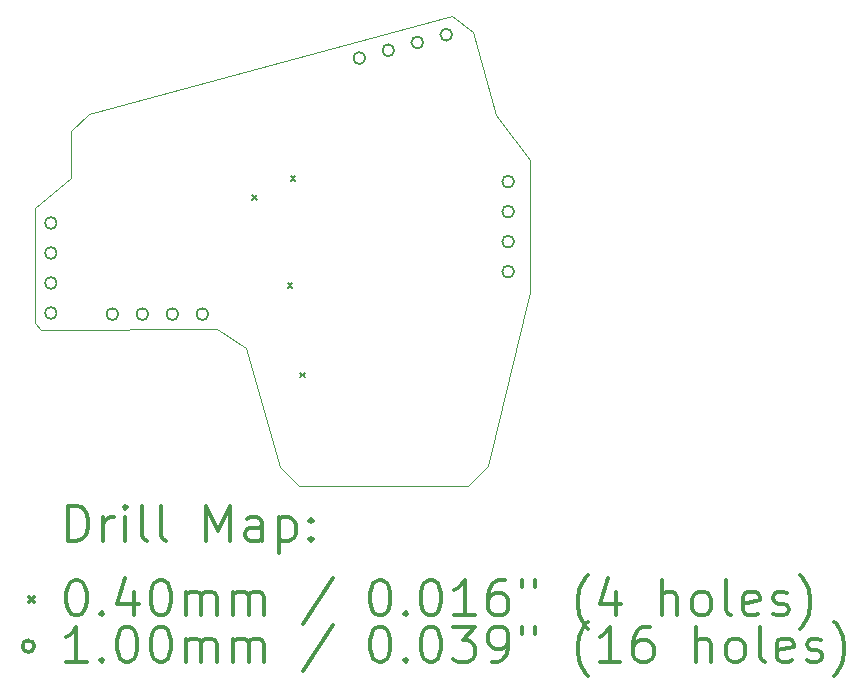
<source format=gbr>
%FSLAX45Y45*%
G04 Gerber Fmt 4.5, Leading zero omitted, Abs format (unit mm)*
G04 Created by KiCad (PCBNEW (5.1.4)-1) date 2023-09-09 05:27:41*
%MOMM*%
%LPD*%
G04 APERTURE LIST*
%ADD10C,0.050000*%
%ADD11C,0.200000*%
%ADD12C,0.300000*%
G04 APERTURE END LIST*
D10*
X-11844000Y-36817000D02*
X-12087000Y-36664000D01*
X-11554000Y-37827000D02*
X-11844000Y-36817000D01*
X-11394000Y-37987000D02*
X-11554000Y-37827000D01*
X-9964000Y-37987000D02*
X-11394000Y-37987000D01*
X-9794000Y-37817000D02*
X-9964000Y-37987000D01*
X-9442855Y-36347132D02*
X-9794000Y-37817000D01*
X-13172856Y-34837338D02*
X-13328680Y-34987437D01*
X-9732256Y-34849786D02*
X-9922861Y-34143217D01*
X-9442855Y-36347132D02*
X-9443385Y-35233131D01*
X-9732256Y-34849786D02*
X-9443385Y-35233131D01*
X-13635081Y-35635850D02*
X-13329862Y-35379556D01*
X-13635471Y-36609053D02*
X-13581145Y-36664530D01*
X-13635471Y-36609053D02*
X-13635081Y-35635850D01*
X-9922861Y-34143217D02*
X-10100158Y-34012619D01*
X-13329862Y-35379556D02*
X-13328680Y-34987437D01*
X-10100158Y-34012619D02*
X-13172856Y-34837338D01*
X-12087000Y-36664000D02*
X-13581145Y-36664530D01*
D11*
X-11794000Y-35527000D02*
X-11754000Y-35567000D01*
X-11754000Y-35527000D02*
X-11794000Y-35567000D01*
X-11492000Y-36270000D02*
X-11452000Y-36310000D01*
X-11452000Y-36270000D02*
X-11492000Y-36310000D01*
X-11468000Y-35364000D02*
X-11428000Y-35404000D01*
X-11428000Y-35364000D02*
X-11468000Y-35404000D01*
X-11386000Y-37030000D02*
X-11346000Y-37070000D01*
X-11346000Y-37030000D02*
X-11386000Y-37070000D01*
X-12926933Y-36534457D02*
G75*
G03X-12926933Y-36534457I-50000J0D01*
G01*
X-12672933Y-36534457D02*
G75*
G03X-12672933Y-36534457I-50000J0D01*
G01*
X-12418933Y-36534457D02*
G75*
G03X-12418933Y-36534457I-50000J0D01*
G01*
X-12164933Y-36534457D02*
G75*
G03X-12164933Y-36534457I-50000J0D01*
G01*
X-13447662Y-35762789D02*
G75*
G03X-13447662Y-35762789I-50000J0D01*
G01*
X-13447662Y-36016789D02*
G75*
G03X-13447662Y-36016789I-50000J0D01*
G01*
X-13447662Y-36270789D02*
G75*
G03X-13447662Y-36270789I-50000J0D01*
G01*
X-13447662Y-36524789D02*
G75*
G03X-13447662Y-36524789I-50000J0D01*
G01*
X-10835322Y-34366059D02*
G75*
G03X-10835322Y-34366059I-50000J0D01*
G01*
X-10589977Y-34300319D02*
G75*
G03X-10589977Y-34300319I-50000J0D01*
G01*
X-10344632Y-34234579D02*
G75*
G03X-10344632Y-34234579I-50000J0D01*
G01*
X-10099286Y-34168839D02*
G75*
G03X-10099286Y-34168839I-50000J0D01*
G01*
X-9575814Y-35412871D02*
G75*
G03X-9575814Y-35412871I-50000J0D01*
G01*
X-9575814Y-35666871D02*
G75*
G03X-9575814Y-35666871I-50000J0D01*
G01*
X-9575814Y-35920871D02*
G75*
G03X-9575814Y-35920871I-50000J0D01*
G01*
X-9575814Y-36174871D02*
G75*
G03X-9575814Y-36174871I-50000J0D01*
G01*
D12*
X-13351543Y-38455214D02*
X-13351543Y-38155214D01*
X-13280114Y-38155214D01*
X-13237257Y-38169500D01*
X-13208685Y-38198072D01*
X-13194400Y-38226643D01*
X-13180114Y-38283786D01*
X-13180114Y-38326643D01*
X-13194400Y-38383786D01*
X-13208685Y-38412357D01*
X-13237257Y-38440929D01*
X-13280114Y-38455214D01*
X-13351543Y-38455214D01*
X-13051543Y-38455214D02*
X-13051543Y-38255214D01*
X-13051543Y-38312357D02*
X-13037257Y-38283786D01*
X-13022971Y-38269500D01*
X-12994400Y-38255214D01*
X-12965828Y-38255214D01*
X-12865828Y-38455214D02*
X-12865828Y-38255214D01*
X-12865828Y-38155214D02*
X-12880114Y-38169500D01*
X-12865828Y-38183786D01*
X-12851543Y-38169500D01*
X-12865828Y-38155214D01*
X-12865828Y-38183786D01*
X-12680114Y-38455214D02*
X-12708685Y-38440929D01*
X-12722971Y-38412357D01*
X-12722971Y-38155214D01*
X-12522971Y-38455214D02*
X-12551543Y-38440929D01*
X-12565828Y-38412357D01*
X-12565828Y-38155214D01*
X-12180114Y-38455214D02*
X-12180114Y-38155214D01*
X-12080114Y-38369500D01*
X-11980114Y-38155214D01*
X-11980114Y-38455214D01*
X-11708685Y-38455214D02*
X-11708685Y-38298072D01*
X-11722971Y-38269500D01*
X-11751543Y-38255214D01*
X-11808685Y-38255214D01*
X-11837257Y-38269500D01*
X-11708685Y-38440929D02*
X-11737257Y-38455214D01*
X-11808685Y-38455214D01*
X-11837257Y-38440929D01*
X-11851543Y-38412357D01*
X-11851543Y-38383786D01*
X-11837257Y-38355214D01*
X-11808685Y-38340929D01*
X-11737257Y-38340929D01*
X-11708685Y-38326643D01*
X-11565828Y-38255214D02*
X-11565828Y-38555214D01*
X-11565828Y-38269500D02*
X-11537257Y-38255214D01*
X-11480114Y-38255214D01*
X-11451543Y-38269500D01*
X-11437257Y-38283786D01*
X-11422971Y-38312357D01*
X-11422971Y-38398072D01*
X-11437257Y-38426643D01*
X-11451543Y-38440929D01*
X-11480114Y-38455214D01*
X-11537257Y-38455214D01*
X-11565828Y-38440929D01*
X-11294400Y-38426643D02*
X-11280114Y-38440929D01*
X-11294400Y-38455214D01*
X-11308685Y-38440929D01*
X-11294400Y-38426643D01*
X-11294400Y-38455214D01*
X-11294400Y-38269500D02*
X-11280114Y-38283786D01*
X-11294400Y-38298072D01*
X-11308685Y-38283786D01*
X-11294400Y-38269500D01*
X-11294400Y-38298072D01*
X-13677971Y-38929500D02*
X-13637971Y-38969500D01*
X-13637971Y-38929500D02*
X-13677971Y-38969500D01*
X-13294400Y-38785214D02*
X-13265828Y-38785214D01*
X-13237257Y-38799500D01*
X-13222971Y-38813786D01*
X-13208685Y-38842357D01*
X-13194400Y-38899500D01*
X-13194400Y-38970929D01*
X-13208685Y-39028072D01*
X-13222971Y-39056643D01*
X-13237257Y-39070929D01*
X-13265828Y-39085214D01*
X-13294400Y-39085214D01*
X-13322971Y-39070929D01*
X-13337257Y-39056643D01*
X-13351543Y-39028072D01*
X-13365828Y-38970929D01*
X-13365828Y-38899500D01*
X-13351543Y-38842357D01*
X-13337257Y-38813786D01*
X-13322971Y-38799500D01*
X-13294400Y-38785214D01*
X-13065828Y-39056643D02*
X-13051543Y-39070929D01*
X-13065828Y-39085214D01*
X-13080114Y-39070929D01*
X-13065828Y-39056643D01*
X-13065828Y-39085214D01*
X-12794400Y-38885214D02*
X-12794400Y-39085214D01*
X-12865828Y-38770929D02*
X-12937257Y-38985214D01*
X-12751543Y-38985214D01*
X-12580114Y-38785214D02*
X-12551543Y-38785214D01*
X-12522971Y-38799500D01*
X-12508685Y-38813786D01*
X-12494400Y-38842357D01*
X-12480114Y-38899500D01*
X-12480114Y-38970929D01*
X-12494400Y-39028072D01*
X-12508685Y-39056643D01*
X-12522971Y-39070929D01*
X-12551543Y-39085214D01*
X-12580114Y-39085214D01*
X-12608685Y-39070929D01*
X-12622971Y-39056643D01*
X-12637257Y-39028072D01*
X-12651543Y-38970929D01*
X-12651543Y-38899500D01*
X-12637257Y-38842357D01*
X-12622971Y-38813786D01*
X-12608685Y-38799500D01*
X-12580114Y-38785214D01*
X-12351543Y-39085214D02*
X-12351543Y-38885214D01*
X-12351543Y-38913786D02*
X-12337257Y-38899500D01*
X-12308685Y-38885214D01*
X-12265828Y-38885214D01*
X-12237257Y-38899500D01*
X-12222971Y-38928072D01*
X-12222971Y-39085214D01*
X-12222971Y-38928072D02*
X-12208685Y-38899500D01*
X-12180114Y-38885214D01*
X-12137257Y-38885214D01*
X-12108685Y-38899500D01*
X-12094400Y-38928072D01*
X-12094400Y-39085214D01*
X-11951543Y-39085214D02*
X-11951543Y-38885214D01*
X-11951543Y-38913786D02*
X-11937257Y-38899500D01*
X-11908685Y-38885214D01*
X-11865828Y-38885214D01*
X-11837257Y-38899500D01*
X-11822971Y-38928072D01*
X-11822971Y-39085214D01*
X-11822971Y-38928072D02*
X-11808685Y-38899500D01*
X-11780114Y-38885214D01*
X-11737257Y-38885214D01*
X-11708685Y-38899500D01*
X-11694400Y-38928072D01*
X-11694400Y-39085214D01*
X-11108686Y-38770929D02*
X-11365828Y-39156643D01*
X-10722971Y-38785214D02*
X-10694400Y-38785214D01*
X-10665828Y-38799500D01*
X-10651543Y-38813786D01*
X-10637257Y-38842357D01*
X-10622971Y-38899500D01*
X-10622971Y-38970929D01*
X-10637257Y-39028072D01*
X-10651543Y-39056643D01*
X-10665828Y-39070929D01*
X-10694400Y-39085214D01*
X-10722971Y-39085214D01*
X-10751543Y-39070929D01*
X-10765828Y-39056643D01*
X-10780114Y-39028072D01*
X-10794400Y-38970929D01*
X-10794400Y-38899500D01*
X-10780114Y-38842357D01*
X-10765828Y-38813786D01*
X-10751543Y-38799500D01*
X-10722971Y-38785214D01*
X-10494400Y-39056643D02*
X-10480114Y-39070929D01*
X-10494400Y-39085214D01*
X-10508686Y-39070929D01*
X-10494400Y-39056643D01*
X-10494400Y-39085214D01*
X-10294400Y-38785214D02*
X-10265828Y-38785214D01*
X-10237257Y-38799500D01*
X-10222971Y-38813786D01*
X-10208686Y-38842357D01*
X-10194400Y-38899500D01*
X-10194400Y-38970929D01*
X-10208686Y-39028072D01*
X-10222971Y-39056643D01*
X-10237257Y-39070929D01*
X-10265828Y-39085214D01*
X-10294400Y-39085214D01*
X-10322971Y-39070929D01*
X-10337257Y-39056643D01*
X-10351543Y-39028072D01*
X-10365828Y-38970929D01*
X-10365828Y-38899500D01*
X-10351543Y-38842357D01*
X-10337257Y-38813786D01*
X-10322971Y-38799500D01*
X-10294400Y-38785214D01*
X-9908686Y-39085214D02*
X-10080114Y-39085214D01*
X-9994400Y-39085214D02*
X-9994400Y-38785214D01*
X-10022971Y-38828072D01*
X-10051543Y-38856643D01*
X-10080114Y-38870929D01*
X-9651543Y-38785214D02*
X-9708686Y-38785214D01*
X-9737257Y-38799500D01*
X-9751543Y-38813786D01*
X-9780114Y-38856643D01*
X-9794400Y-38913786D01*
X-9794400Y-39028072D01*
X-9780114Y-39056643D01*
X-9765828Y-39070929D01*
X-9737257Y-39085214D01*
X-9680114Y-39085214D01*
X-9651543Y-39070929D01*
X-9637257Y-39056643D01*
X-9622971Y-39028072D01*
X-9622971Y-38956643D01*
X-9637257Y-38928072D01*
X-9651543Y-38913786D01*
X-9680114Y-38899500D01*
X-9737257Y-38899500D01*
X-9765828Y-38913786D01*
X-9780114Y-38928072D01*
X-9794400Y-38956643D01*
X-9508686Y-38785214D02*
X-9508686Y-38842357D01*
X-9394400Y-38785214D02*
X-9394400Y-38842357D01*
X-8951543Y-39199500D02*
X-8965828Y-39185214D01*
X-8994400Y-39142357D01*
X-9008686Y-39113786D01*
X-9022971Y-39070929D01*
X-9037257Y-38999500D01*
X-9037257Y-38942357D01*
X-9022971Y-38870929D01*
X-9008686Y-38828072D01*
X-8994400Y-38799500D01*
X-8965828Y-38756643D01*
X-8951543Y-38742357D01*
X-8708686Y-38885214D02*
X-8708686Y-39085214D01*
X-8780114Y-38770929D02*
X-8851543Y-38985214D01*
X-8665828Y-38985214D01*
X-8322971Y-39085214D02*
X-8322971Y-38785214D01*
X-8194400Y-39085214D02*
X-8194400Y-38928072D01*
X-8208685Y-38899500D01*
X-8237257Y-38885214D01*
X-8280114Y-38885214D01*
X-8308685Y-38899500D01*
X-8322971Y-38913786D01*
X-8008685Y-39085214D02*
X-8037257Y-39070929D01*
X-8051543Y-39056643D01*
X-8065828Y-39028072D01*
X-8065828Y-38942357D01*
X-8051543Y-38913786D01*
X-8037257Y-38899500D01*
X-8008685Y-38885214D01*
X-7965828Y-38885214D01*
X-7937257Y-38899500D01*
X-7922971Y-38913786D01*
X-7908685Y-38942357D01*
X-7908685Y-39028072D01*
X-7922971Y-39056643D01*
X-7937257Y-39070929D01*
X-7965828Y-39085214D01*
X-8008685Y-39085214D01*
X-7737257Y-39085214D02*
X-7765828Y-39070929D01*
X-7780114Y-39042357D01*
X-7780114Y-38785214D01*
X-7508685Y-39070929D02*
X-7537257Y-39085214D01*
X-7594400Y-39085214D01*
X-7622971Y-39070929D01*
X-7637257Y-39042357D01*
X-7637257Y-38928072D01*
X-7622971Y-38899500D01*
X-7594400Y-38885214D01*
X-7537257Y-38885214D01*
X-7508685Y-38899500D01*
X-7494400Y-38928072D01*
X-7494400Y-38956643D01*
X-7637257Y-38985214D01*
X-7380114Y-39070929D02*
X-7351543Y-39085214D01*
X-7294400Y-39085214D01*
X-7265828Y-39070929D01*
X-7251543Y-39042357D01*
X-7251543Y-39028072D01*
X-7265828Y-38999500D01*
X-7294400Y-38985214D01*
X-7337257Y-38985214D01*
X-7365828Y-38970929D01*
X-7380114Y-38942357D01*
X-7380114Y-38928072D01*
X-7365828Y-38899500D01*
X-7337257Y-38885214D01*
X-7294400Y-38885214D01*
X-7265828Y-38899500D01*
X-7151543Y-39199500D02*
X-7137257Y-39185214D01*
X-7108685Y-39142357D01*
X-7094400Y-39113786D01*
X-7080114Y-39070929D01*
X-7065828Y-38999500D01*
X-7065828Y-38942357D01*
X-7080114Y-38870929D01*
X-7094400Y-38828072D01*
X-7108685Y-38799500D01*
X-7137257Y-38756643D01*
X-7151543Y-38742357D01*
X-13637971Y-39345500D02*
G75*
G03X-13637971Y-39345500I-50000J0D01*
G01*
X-13194400Y-39481214D02*
X-13365828Y-39481214D01*
X-13280114Y-39481214D02*
X-13280114Y-39181214D01*
X-13308685Y-39224072D01*
X-13337257Y-39252643D01*
X-13365828Y-39266929D01*
X-13065828Y-39452643D02*
X-13051543Y-39466929D01*
X-13065828Y-39481214D01*
X-13080114Y-39466929D01*
X-13065828Y-39452643D01*
X-13065828Y-39481214D01*
X-12865828Y-39181214D02*
X-12837257Y-39181214D01*
X-12808685Y-39195500D01*
X-12794400Y-39209786D01*
X-12780114Y-39238357D01*
X-12765828Y-39295500D01*
X-12765828Y-39366929D01*
X-12780114Y-39424072D01*
X-12794400Y-39452643D01*
X-12808685Y-39466929D01*
X-12837257Y-39481214D01*
X-12865828Y-39481214D01*
X-12894400Y-39466929D01*
X-12908685Y-39452643D01*
X-12922971Y-39424072D01*
X-12937257Y-39366929D01*
X-12937257Y-39295500D01*
X-12922971Y-39238357D01*
X-12908685Y-39209786D01*
X-12894400Y-39195500D01*
X-12865828Y-39181214D01*
X-12580114Y-39181214D02*
X-12551543Y-39181214D01*
X-12522971Y-39195500D01*
X-12508685Y-39209786D01*
X-12494400Y-39238357D01*
X-12480114Y-39295500D01*
X-12480114Y-39366929D01*
X-12494400Y-39424072D01*
X-12508685Y-39452643D01*
X-12522971Y-39466929D01*
X-12551543Y-39481214D01*
X-12580114Y-39481214D01*
X-12608685Y-39466929D01*
X-12622971Y-39452643D01*
X-12637257Y-39424072D01*
X-12651543Y-39366929D01*
X-12651543Y-39295500D01*
X-12637257Y-39238357D01*
X-12622971Y-39209786D01*
X-12608685Y-39195500D01*
X-12580114Y-39181214D01*
X-12351543Y-39481214D02*
X-12351543Y-39281214D01*
X-12351543Y-39309786D02*
X-12337257Y-39295500D01*
X-12308685Y-39281214D01*
X-12265828Y-39281214D01*
X-12237257Y-39295500D01*
X-12222971Y-39324072D01*
X-12222971Y-39481214D01*
X-12222971Y-39324072D02*
X-12208685Y-39295500D01*
X-12180114Y-39281214D01*
X-12137257Y-39281214D01*
X-12108685Y-39295500D01*
X-12094400Y-39324072D01*
X-12094400Y-39481214D01*
X-11951543Y-39481214D02*
X-11951543Y-39281214D01*
X-11951543Y-39309786D02*
X-11937257Y-39295500D01*
X-11908685Y-39281214D01*
X-11865828Y-39281214D01*
X-11837257Y-39295500D01*
X-11822971Y-39324072D01*
X-11822971Y-39481214D01*
X-11822971Y-39324072D02*
X-11808685Y-39295500D01*
X-11780114Y-39281214D01*
X-11737257Y-39281214D01*
X-11708685Y-39295500D01*
X-11694400Y-39324072D01*
X-11694400Y-39481214D01*
X-11108686Y-39166929D02*
X-11365828Y-39552643D01*
X-10722971Y-39181214D02*
X-10694400Y-39181214D01*
X-10665828Y-39195500D01*
X-10651543Y-39209786D01*
X-10637257Y-39238357D01*
X-10622971Y-39295500D01*
X-10622971Y-39366929D01*
X-10637257Y-39424072D01*
X-10651543Y-39452643D01*
X-10665828Y-39466929D01*
X-10694400Y-39481214D01*
X-10722971Y-39481214D01*
X-10751543Y-39466929D01*
X-10765828Y-39452643D01*
X-10780114Y-39424072D01*
X-10794400Y-39366929D01*
X-10794400Y-39295500D01*
X-10780114Y-39238357D01*
X-10765828Y-39209786D01*
X-10751543Y-39195500D01*
X-10722971Y-39181214D01*
X-10494400Y-39452643D02*
X-10480114Y-39466929D01*
X-10494400Y-39481214D01*
X-10508686Y-39466929D01*
X-10494400Y-39452643D01*
X-10494400Y-39481214D01*
X-10294400Y-39181214D02*
X-10265828Y-39181214D01*
X-10237257Y-39195500D01*
X-10222971Y-39209786D01*
X-10208686Y-39238357D01*
X-10194400Y-39295500D01*
X-10194400Y-39366929D01*
X-10208686Y-39424072D01*
X-10222971Y-39452643D01*
X-10237257Y-39466929D01*
X-10265828Y-39481214D01*
X-10294400Y-39481214D01*
X-10322971Y-39466929D01*
X-10337257Y-39452643D01*
X-10351543Y-39424072D01*
X-10365828Y-39366929D01*
X-10365828Y-39295500D01*
X-10351543Y-39238357D01*
X-10337257Y-39209786D01*
X-10322971Y-39195500D01*
X-10294400Y-39181214D01*
X-10094400Y-39181214D02*
X-9908686Y-39181214D01*
X-10008686Y-39295500D01*
X-9965828Y-39295500D01*
X-9937257Y-39309786D01*
X-9922971Y-39324072D01*
X-9908686Y-39352643D01*
X-9908686Y-39424072D01*
X-9922971Y-39452643D01*
X-9937257Y-39466929D01*
X-9965828Y-39481214D01*
X-10051543Y-39481214D01*
X-10080114Y-39466929D01*
X-10094400Y-39452643D01*
X-9765828Y-39481214D02*
X-9708686Y-39481214D01*
X-9680114Y-39466929D01*
X-9665828Y-39452643D01*
X-9637257Y-39409786D01*
X-9622971Y-39352643D01*
X-9622971Y-39238357D01*
X-9637257Y-39209786D01*
X-9651543Y-39195500D01*
X-9680114Y-39181214D01*
X-9737257Y-39181214D01*
X-9765828Y-39195500D01*
X-9780114Y-39209786D01*
X-9794400Y-39238357D01*
X-9794400Y-39309786D01*
X-9780114Y-39338357D01*
X-9765828Y-39352643D01*
X-9737257Y-39366929D01*
X-9680114Y-39366929D01*
X-9651543Y-39352643D01*
X-9637257Y-39338357D01*
X-9622971Y-39309786D01*
X-9508686Y-39181214D02*
X-9508686Y-39238357D01*
X-9394400Y-39181214D02*
X-9394400Y-39238357D01*
X-8951543Y-39595500D02*
X-8965828Y-39581214D01*
X-8994400Y-39538357D01*
X-9008686Y-39509786D01*
X-9022971Y-39466929D01*
X-9037257Y-39395500D01*
X-9037257Y-39338357D01*
X-9022971Y-39266929D01*
X-9008686Y-39224072D01*
X-8994400Y-39195500D01*
X-8965828Y-39152643D01*
X-8951543Y-39138357D01*
X-8680114Y-39481214D02*
X-8851543Y-39481214D01*
X-8765828Y-39481214D02*
X-8765828Y-39181214D01*
X-8794400Y-39224072D01*
X-8822971Y-39252643D01*
X-8851543Y-39266929D01*
X-8422971Y-39181214D02*
X-8480114Y-39181214D01*
X-8508686Y-39195500D01*
X-8522971Y-39209786D01*
X-8551543Y-39252643D01*
X-8565828Y-39309786D01*
X-8565828Y-39424072D01*
X-8551543Y-39452643D01*
X-8537257Y-39466929D01*
X-8508686Y-39481214D01*
X-8451543Y-39481214D01*
X-8422971Y-39466929D01*
X-8408686Y-39452643D01*
X-8394400Y-39424072D01*
X-8394400Y-39352643D01*
X-8408686Y-39324072D01*
X-8422971Y-39309786D01*
X-8451543Y-39295500D01*
X-8508686Y-39295500D01*
X-8537257Y-39309786D01*
X-8551543Y-39324072D01*
X-8565828Y-39352643D01*
X-8037257Y-39481214D02*
X-8037257Y-39181214D01*
X-7908685Y-39481214D02*
X-7908685Y-39324072D01*
X-7922971Y-39295500D01*
X-7951543Y-39281214D01*
X-7994400Y-39281214D01*
X-8022971Y-39295500D01*
X-8037257Y-39309786D01*
X-7722971Y-39481214D02*
X-7751543Y-39466929D01*
X-7765828Y-39452643D01*
X-7780114Y-39424072D01*
X-7780114Y-39338357D01*
X-7765828Y-39309786D01*
X-7751543Y-39295500D01*
X-7722971Y-39281214D01*
X-7680114Y-39281214D01*
X-7651543Y-39295500D01*
X-7637257Y-39309786D01*
X-7622971Y-39338357D01*
X-7622971Y-39424072D01*
X-7637257Y-39452643D01*
X-7651543Y-39466929D01*
X-7680114Y-39481214D01*
X-7722971Y-39481214D01*
X-7451543Y-39481214D02*
X-7480114Y-39466929D01*
X-7494400Y-39438357D01*
X-7494400Y-39181214D01*
X-7222971Y-39466929D02*
X-7251543Y-39481214D01*
X-7308685Y-39481214D01*
X-7337257Y-39466929D01*
X-7351543Y-39438357D01*
X-7351543Y-39324072D01*
X-7337257Y-39295500D01*
X-7308685Y-39281214D01*
X-7251543Y-39281214D01*
X-7222971Y-39295500D01*
X-7208685Y-39324072D01*
X-7208685Y-39352643D01*
X-7351543Y-39381214D01*
X-7094400Y-39466929D02*
X-7065828Y-39481214D01*
X-7008685Y-39481214D01*
X-6980114Y-39466929D01*
X-6965828Y-39438357D01*
X-6965828Y-39424072D01*
X-6980114Y-39395500D01*
X-7008685Y-39381214D01*
X-7051543Y-39381214D01*
X-7080114Y-39366929D01*
X-7094400Y-39338357D01*
X-7094400Y-39324072D01*
X-7080114Y-39295500D01*
X-7051543Y-39281214D01*
X-7008685Y-39281214D01*
X-6980114Y-39295500D01*
X-6865828Y-39595500D02*
X-6851543Y-39581214D01*
X-6822971Y-39538357D01*
X-6808685Y-39509786D01*
X-6794400Y-39466929D01*
X-6780114Y-39395500D01*
X-6780114Y-39338357D01*
X-6794400Y-39266929D01*
X-6808685Y-39224072D01*
X-6822971Y-39195500D01*
X-6851543Y-39152643D01*
X-6865828Y-39138357D01*
M02*

</source>
